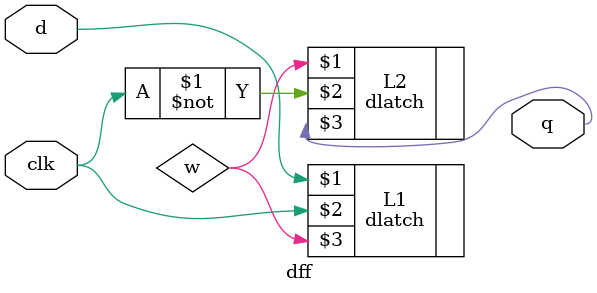
<source format=v>
`timescale 1ns/1ns

module dff (input d, clk, output q);
    wire w;
    dlatch L1 (d,clk,w);
    dlatch L2 (w,~clk,q);
endmodule
</source>
